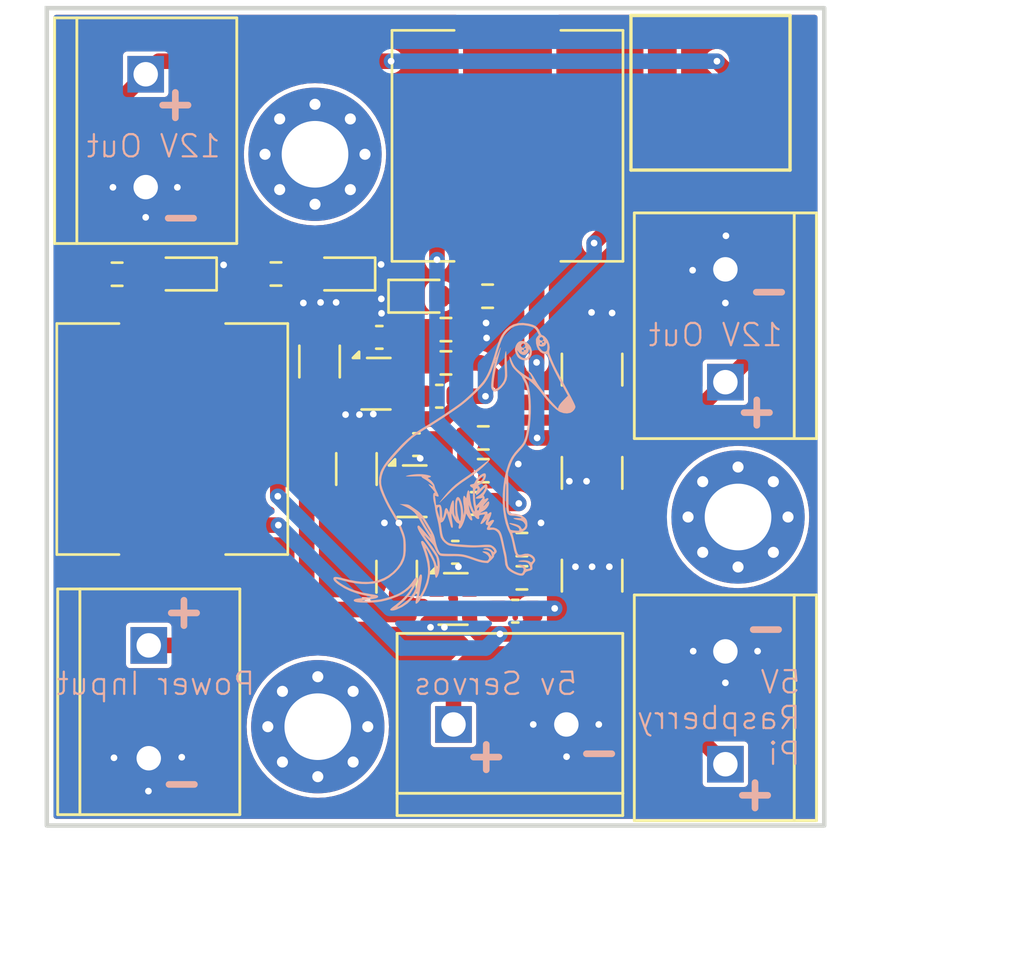
<source format=kicad_pcb>
(kicad_pcb (version 20240108) (generator "pcbnew") (generator_version "8.0")
  (title_block (date "2025-02-13") (comment 4 "Contributors: Linus Mitchell"))
  (layers (0 "F.Cu" signal) (31 "B.Cu" signal) (34 "B.Paste" user) (35 "F.Paste" user) (36 "B.SilkS" user "B.Silkscreen") (37 "F.SilkS" user "F.Silkscreen") (38 "B.Mask" user) (39 "F.Mask" user) (44 "Edge.Cuts" user))
  (net 0 "")
  (net 1 "Net-(U1-SW)")
  (net 2 "Net-(U1-BST)")
  (net 3 "Net-(J2-Pin_1)")
  (net 4 "Net-(U2-BST)")
  (net 5 "Net-(U2-SW)")
  (net 6 "Net-(J3-Pin_1)")
  (net 7 "Net-(U3-SW)")
  (net 8 "Net-(U3-BST)")
  (net 9 "Net-(J1-Pin_1)")
  (net 10 "Net-(U1-FB)")
  (net 11 "Net-(U2-FB)")
  (net 12 "Net-(U3-FB)")
  (net 22 "Net-(J5-Pin_1)")
  (net 23 "Net-(D1-K)")
  (net 51 "Net-(D1-A)")
  (net 52 "Net-(D2-A)")
  (net 53 "Net-(D3-A)")
  (footprint "Connector_TE_Terminal-Block:TE_282837-2" (layer "F.Cu") (at 107.09 128.93 -90)
    (property "Reference" "J5" (hide yes))
    (property "Value" "Screw_Terminal_01x02")
    (pad "1" thru_hole rect (at -2.54 0 270) (size 1.65 1.65) (drill 1.1) (layers "*.Cu" "*.Mask") (net 22 "Net-(J5-Pin_1)"))
    (pad "2" thru_hole circle (at 2.54 0 270) (size 1.65 1.65) (drill 1.1) (layers "*.Cu" "*.Mask") (net 23 "Net-(D1-K)"))
  )
  (footprint "Capacitor_SMD:C_1210_3225Metric" (layer "F.Cu") (at 127.05 123.25 90)
    (property "Reference" "C8" (hide yes))
    (property "Value" "47uF")
    (pad "1" smd roundrect (at -1.475 0 90) (size 1.15 2.7) (layers "F.Cu" "F.Paste" "F.Mask") (roundrect_rratio 0.217391) (net 6 "Net-(J3-Pin_1)"))
    (pad "2" smd roundrect (at 1.475 0 90) (size 1.15 2.7) (layers "F.Cu" "F.Paste" "F.Mask") (roundrect_rratio 0.217391) (net 23 "Net-(D1-K)"))
  )
  (footprint "Capacitor_SMD:C_0603_1608Metric" (layer "F.Cu") (at 117.47 112.5225)
    (property "Reference" "C10" (hide yes))
    (property "Value" "100nF")
    (pad "1" smd roundrect (at -0.775 0) (size 0.9 0.95) (layers "F.Cu" "F.Paste" "F.Mask") (net 22 "Net-(J5-Pin_1)"))
    (pad "2" smd roundrect (at 0.775 0) (size 0.9 0.95) (layers "F.Cu" "F.Paste" "F.Mask") (net 23 "Net-(D1-K)"))
  )
  (footprint "Inductor_SMD:L_Wuerth_HCI-1050" (layer "F.Cu") (at 123.24 103.9 -90)
    (property "Reference" "L1" (hide yes))
    (property "Value" "7.8uH")
    (pad "1" smd rect (at -3.825 0 270) (size 3.85 4) (layers "F.Cu" "F.Paste" "F.Mask") (net 1 "Net-(U1-SW)"))
    (pad "2" smd rect (at 3.825 0 270) (size 3.85 4) (layers "F.Cu" "F.Paste" "F.Mask") (net 3 "Net-(J2-Pin_1)"))
  )
  (footprint "Package_TO_SOT_SMD:SOT-583-8" (layer "F.Cu") (at 117.32 114.61)
    (property "Reference" "U3" (hide yes))
    (property "Value" "TPS563300")
    (pad "1" smd roundrect (at -0.74 -0.75) (size 0.67 0.3) (layers "F.Cu" "F.Paste" "F.Mask") (roundrect_rratio 0.1666666667))
    (pad "2" smd roundrect (at -0.74 -0.25) (size 0.67 0.3) (layers "F.Cu" "F.Paste" "F.Mask") (roundrect_rratio 0.1666666667))
    (pad "3" smd roundrect (at -0.74 0.25) (size 0.67 0.3) (layers "F.Cu" "F.Paste" "F.Mask") (roundrect_rratio 0.1666666667) (net 22 "Net-(J5-Pin_1)"))
    (pad "4" smd roundrect (at -0.74 0.75) (size 0.67 0.3) (layers "F.Cu" "F.Paste" "F.Mask") (roundrect_rratio 0.1666666667) (net 23 "Net-(D1-K)"))
    (pad "5" smd roundrect (at 0.74 0.75) (size 0.67 0.3) (layers "F.Cu" "F.Paste" "F.Mask") (roundrect_rratio 0.1666666667) (net 7 "Net-(U3-SW)"))
    (pad "6" smd roundrect (at 0.74 0.25) (size 0.67 0.3) (layers "F.Cu" "F.Paste" "F.Mask") (roundrect_rratio 0.1666666667) (net 8 "Net-(U3-BST)"))
    (pad "7" smd roundrect (at 0.74 -0.25) (size 0.67 0.3) (layers "F.Cu" "F.Paste" "F.Mask") (roundrect_rratio 0.1666666667))
    (pad "8" smd roundrect (at 0.74 -0.75) (size 0.67 0.3) (layers "F.Cu" "F.Paste" "F.Mask") (roundrect_rratio 0.1666666667) (net 12 "Net-(U3-FB)"))
  )
  (footprint "Resistor_SMD:R_0603_1608Metric" (layer "F.Cu") (at 120.47 113.6725 180)
    (property "Reference" "R5" (hide yes))
    (property "Value" "140k")
    (pad "1" smd roundrect (at -0.825 0 180) (size 0.8 0.95) (layers "F.Cu" "F.Paste" "F.Mask") (net 9 "Net-(J1-Pin_1)"))
    (pad "2" smd roundrect (at 0.825 0 180) (size 0.8 0.95) (layers "F.Cu" "F.Paste" "F.Mask") (net 12 "Net-(U3-FB)"))
  )
  (footprint "Capacitor_SMD:C_0603_1608Metric" (layer "F.Cu") (at 119.14 117.35)
    (property "Reference" "C1" (hide yes))
    (property "Value" "100nF")
    (pad "1" smd roundrect (at -0.775 0) (size 0.9 0.95) (layers "F.Cu" "F.Paste" "F.Mask") (net 22 "Net-(J5-Pin_1)"))
    (pad "2" smd roundrect (at 0.775 0) (size 0.9 0.95) (layers "F.Cu" "F.Paste" "F.Mask") (net 23 "Net-(D1-K)"))
  )
  (footprint "Inductor_Coilcraft:L_Coilcraft_XGL6060-XXX" (layer "F.Cu") (at 132.38 101.51)
    (property "Reference" "L3" (hide yes))
    (property "Value" "12uH")
    (pad "1" smd rect (at -2.1717 0) (size 1.2954 5.0038) (layers "F.Cu" "F.Paste" "F.Mask") (net 7 "Net-(U3-SW)"))
    (pad "2" smd rect (at 2.1717 0) (size 1.2954 5.0038) (layers "F.Cu" "F.Paste" "F.Mask") (net 9 "Net-(J1-Pin_1)"))
  )
  (footprint "Capacitor_SMD:C_0603_1608Metric" (layer "F.Cu") (at 120.89 122.2)
    (property "Reference" "C6" (hide yes))
    (property "Value" "100nF")
    (pad "1" smd roundrect (at -0.775 0) (size 0.9 0.95) (layers "F.Cu" "F.Paste" "F.Mask") (net 22 "Net-(J5-Pin_1)"))
    (pad "2" smd roundrect (at 0.775 0) (size 0.9 0.95) (layers "F.Cu" "F.Paste" "F.Mask") (net 23 "Net-(D1-K)"))
  )
  (footprint "Capacitor_SMD:C_0603_1608Metric" (layer "F.Cu") (at 123.59 124.85)
    (property "Reference" "C7" (hide yes))
    (property "Value" "100nF")
    (pad "1" smd roundrect (at -0.775 0) (size 0.9 0.95) (layers "F.Cu" "F.Paste" "F.Mask") (net 4 "Net-(U2-BST)"))
    (pad "2" smd roundrect (at 0.775 0) (size 0.9 0.95) (layers "F.Cu" "F.Paste" "F.Mask") (net 5 "Net-(U2-SW)"))
  )
  (footprint "Capacitor_SMD:C_1206_3216Metric" (layer "F.Cu") (at 114.78 113.61 90)
    (property "Reference" "C9" (hide yes))
    (property "Value" "10uF")
    (pad "1" smd roundrect (at -1.475 0 90) (size 1.15 1.8) (layers "F.Cu" "F.Paste" "F.Mask") (roundrect_rratio 0.217391) (net 22 "Net-(J5-Pin_1)"))
    (pad "2" smd roundrect (at 1.475 0 90) (size 1.15 1.8) (layers "F.Cu" "F.Paste" "F.Mask") (roundrect_rratio 0.217391) (net 23 "Net-(D1-K)"))
  )
  (footprint "Connector_TE_Terminal-Block:TE_282837-2" (layer "F.Cu") (at 133.05 129.2 90)
    (property "Reference" "J2" (hide yes))
    (property "Value" "Screw_Terminal_01x02")
    (pad "1" thru_hole rect (at -2.54 0 90) (size 1.65 1.65) (drill 1.1) (layers "*.Cu" "*.Mask") (net 3 "Net-(J2-Pin_1)"))
    (pad "2" thru_hole circle (at 2.54 0 90) (size 1.65 1.65) (drill 1.1) (layers "*.Cu" "*.Mask") (net 23 "Net-(D1-K)"))
  )
  (footprint "Resistor_SMD:R_0603_1608Metric" (layer "F.Cu") (at 120.47 112.1725)
    (property "Reference" "R6" (hide yes))
    (property "Value" "10k")
    (pad "1" smd roundrect (at -0.825 0) (size 0.8 0.95) (layers "F.Cu" "F.Paste" "F.Mask") (net 12 "Net-(U3-FB)"))
    (pad "2" smd roundrect (at 0.825 0) (size 0.8 0.95) (layers "F.Cu" "F.Paste" "F.Mask") (net 23 "Net-(D1-K)"))
  )
  (footprint "Connector_TE_Terminal-Block:TE_282837-2" (layer "F.Cu") (at 123.35 129.95)
    (property "Reference" "J3" (hide yes))
    (property "Value" "Screw_Terminal_01x02")
    (pad "1" thru_hole rect (at -2.54 0) (size 1.65 1.65) (drill 1.1) (layers "*.Cu" "*.Mask") (net 6 "Net-(J3-Pin_1)"))
    (pad "2" thru_hole circle (at 2.54 0) (size 1.65 1.65) (drill 1.1) (layers "*.Cu" "*.Mask") (net 23 "Net-(D1-K)"))
  )
  (footprint "LED_SMD:LED_0603_1608Metric" (layer "F.Cu") (at 119.37 110.67)
    (property "Reference" "D2" (hide yes))
    (property "Value" "GREEN LED")
    (pad "1" smd roundrect (at -0.7875 0) (size 0.875 0.95) (layers "F.Cu" "F.Paste" "F.Mask") (net 23 "Net-(D1-K)"))
    (pad "2" smd roundrect (at 0.7875 0) (size 0.875 0.95) (layers "F.Cu" "F.Paste" "F.Mask") (net 52 "Net-(D2-A)"))
  )
  (footprint "Capacitor_SMD:C_1210_3225Metric" (layer "F.Cu") (at 127.05 113.975 90)
    (property "Reference" "C12" (hide yes))
    (property "Value" "47uF")
    (pad "1" smd roundrect (at -1.475 0 90) (size 1.15 2.7) (layers "F.Cu" "F.Paste" "F.Mask") (roundrect_rratio 0.217391) (net 9 "Net-(J1-Pin_1)"))
    (pad "2" smd roundrect (at 1.475 0 90) (size 1.15 2.7) (layers "F.Cu" "F.Paste" "F.Mask") (roundrect_rratio 0.217391) (net 23 "Net-(D1-K)"))
  )
  (footprint "Connector_TE_Terminal-Block:TE_282837-2" (layer "F.Cu") (at 133.05 112 90)
    (property "Reference" "J1" (hide yes))
    (property "Value" "Screw_Terminal_01x02")
    (pad "1" thru_hole rect (at -2.54 0 90) (size 1.65 1.65) (drill 1.1) (layers "*.Cu" "*.Mask") (net 9 "Net-(J1-Pin_1)"))
    (pad "2" thru_hole circle (at 2.54 0 90) (size 1.65 1.65) (drill 1.1) (layers "*.Cu" "*.Mask") (net 23 "Net-(D1-K)"))
  )
  (footprint "Package_TO_SOT_SMD:SOT-583-8" (layer "F.Cu") (at 120.79 124.3)
    (property "Reference" "U2" (hide yes))
    (property "Value" "TPS563300")
    (pad "1" smd roundrect (at -0.74 -0.75) (size 0.67 0.3) (layers "F.Cu" "F.Paste" "F.Mask") (roundrect_rratio 0.1666666667))
    (pad "2" smd roundrect (at -0.74 -0.25) (size 0.67 0.3) (layers "F.Cu" "F.Paste" "F.Mask") (roundrect_rratio 0.1666666667))
    (pad "3" smd roundrect (at -0.74 0.25) (size 0.67 0.3) (layers "F.Cu" "F.Paste" "F.Mask") (roundrect_rratio 0.1666666667) (net 22 "Net-(J5-Pin_1)"))
    (pad "4" smd roundrect (at -0.74 0.75) (size 0.67 0.3) (layers "F.Cu" "F.Paste" "F.Mask") (roundrect_rratio 0.1666666667) (net 23 "Net-(D1-K)"))
    (pad "5" smd roundrect (at 0.74 0.75) (size 0.67 0.3) (layers "F.Cu" "F.Paste" "F.Mask") (roundrect_rratio 0.1666666667) (net 5 "Net-(U2-SW)"))
    (pad "6" smd roundrect (at 0.74 0.25) (size 0.67 0.3) (layers "F.Cu" "F.Paste" "F.Mask") (roundrect_rratio 0.1666666667) (net 4 "Net-(U2-BST)"))
    (pad "7" smd roundrect (at 0.74 -0.25) (size 0.67 0.3) (layers "F.Cu" "F.Paste" "F.Mask") (roundrect_rratio 0.1666666667))
    (pad "8" smd roundrect (at 0.74 -0.75) (size 0.67 0.3) (layers "F.Cu" "F.Paste" "F.Mask") (roundrect_rratio 0.1666666667) (net 11 "Net-(U2-FB)"))
  )
  (footprint "Resistor_SMD:R_0603_1608Metric" (layer "F.Cu") (at 123.89 121.85)
    (property "Reference" "R4" (hide yes))
    (property "Value" "10k")
    (pad "1" smd roundrect (at -0.825 0) (size 0.8 0.95) (layers "F.Cu" "F.Paste" "F.Mask") (net 11 "Net-(U2-FB)"))
    (pad "2" smd roundrect (at 0.825 0) (size 0.8 0.95) (layers "F.Cu" "F.Paste" "F.Mask") (net 23 "Net-(D1-K)"))
  )
  (footprint "Resistor_SMD:R_0603_1608Metric" (layer "F.Cu") (at 112.8175 109.67)
    (property "Reference" "R7" (hide yes))
    (property "Value" "140")
    (pad "1" smd roundrect (at -0.825 0) (size 0.8 0.95) (layers "F.Cu" "F.Paste" "F.Mask") (net 6 "Net-(J3-Pin_1)"))
    (pad "2" smd roundrect (at 0.825 0) (size 0.8 0.95) (layers "F.Cu" "F.Paste" "F.Mask") (net 51 "Net-(D1-A)"))
  )
  (footprint "Resistor_SMD:R_0603_1608Metric" (layer "F.Cu") (at 122.345 110.67 180)
    (property "Reference" "R8" (hide yes))
    (property "Value" "140")
    (pad "1" smd roundrect (at -0.825 0 180) (size 0.8 0.95) (layers "F.Cu" "F.Paste" "F.Mask") (net 3 "Net-(J2-Pin_1)"))
    (pad "2" smd roundrect (at 0.825 0 180) (size 0.8 0.95) (layers "F.Cu" "F.Paste" "F.Mask") (net 52 "Net-(D2-A)"))
  )
  (footprint "Capacitor_SMD:C_1206_3216Metric" (layer "F.Cu") (at 116.44 118.45 90)
    (property "Reference" "C2" (hide yes))
    (property "Value" "10uF")
    (pad "1" smd roundrect (at -1.475 0 90) (size 1.15 1.8) (layers "F.Cu" "F.Paste" "F.Mask") (roundrect_rratio 0.217391) (net 22 "Net-(J5-Pin_1)"))
    (pad "2" smd roundrect (at 1.475 0 90) (size 1.15 1.8) (layers "F.Cu" "F.Paste" "F.Mask") (roundrect_rratio 0.217391) (net 23 "Net-(D1-K)"))
  )
  (footprint "LED_SMD:LED_0603_1608Metric" (layer "F.Cu") (at 108.66 109.67 180)
    (property "Reference" "D3" (hide yes))
    (property "Value" "RED LED")
    (pad "1" smd roundrect (at -0.7875 0 180) (size 0.875 0.95) (layers "F.Cu" "F.Paste" "F.Mask") (net 23 "Net-(D1-K)"))
    (pad "2" smd roundrect (at 0.7875 0 180) (size 0.875 0.95) (layers "F.Cu" "F.Paste" "F.Mask") (net 53 "Net-(D3-A)"))
  )
  (footprint "LED_SMD:LED_0603_1608Metric" (layer "F.Cu") (at 115.7975 109.67 180)
    (property "Reference" "D1" (hide yes))
    (property "Value" "BLUE LED")
    (pad "1" smd roundrect (at -0.7875 0 180) (size 0.875 0.95) (layers "F.Cu" "F.Paste" "F.Mask") (net 23 "Net-(D1-K)"))
    (pad "2" smd roundrect (at 0.7875 0 180) (size 0.875 0.95) (layers "F.Cu" "F.Paste" "F.Mask") (net 51 "Net-(D1-A)"))
  )
  (footprint "MountingHole:MountingHole_3mm_Pad_Via" (layer "F.Cu") (at 114.575 104.28)
    (property "Reference" "H1" (hide yes))
    (property "Value" "MountingHole_Pad")
    (pad "1" thru_hole circle (at -2.25 0) (size 0.8 0.8) (drill 0.5) (layers "*.Cu" "*.Mask"))
    (pad "1" thru_hole circle (at -1.59099 -1.59099) (size 0.8 0.8) (drill 0.5) (layers "*.Cu" "*.Mask"))
    (pad "1" thru_hole circle (at -1.59099 1.59099) (size 0.8 0.8) (drill 0.5) (layers "*.Cu" "*.Mask"))
    (pad "1" thru_hole circle (at 0 -2.25) (size 0.8 0.8) (drill 0.5) (layers "*.Cu" "*.Mask"))
    (pad "1" thru_hole circle (at 0 0) (size 6 6) (drill 3) (layers "*.Cu" "*.Mask"))
    (pad "1" thru_hole circle (at 0 2.25) (size 0.8 0.8) (drill 0.5) (layers "*.Cu" "*.Mask"))
    (pad "1" thru_hole circle (at 1.59099 -1.59099) (size 0.8 0.8) (drill 0.5) (layers "*.Cu" "*.Mask"))
    (pad "1" thru_hole circle (at 1.59099 1.59099) (size 0.8 0.8) (drill 0.5) (layers "*.Cu" "*.Mask"))
    (pad "1" thru_hole circle (at 2.25 0) (size 0.8 0.8) (drill 0.5) (layers "*.Cu" "*.Mask"))
  )
  (footprint "MountingHole:MountingHole_3mm_Pad_Via" (layer "F.Cu") (at 133.62 120.61)
    (property "Reference" "H2" (hide yes))
    (property "Value" "MountingHole_Pad")
    (pad "1" thru_hole circle (at -2.25 0) (size 0.8 0.8) (drill 0.5) (layers "*.Cu" "*.Mask"))
    (pad "1" thru_hole circle (at -1.59099 -1.59099) (size 0.8 0.8) (drill 0.5) (layers "*.Cu" "*.Mask"))
    (pad "1" thru_hole circle (at -1.59099 1.59099) (size 0.8 0.8) (drill 0.5) (layers "*.Cu" "*.Mask"))
    (pad "1" thru_hole circle (at 0 -2.25) (size 0.8 0.8) (drill 0.5) (layers "*.Cu" "*.Mask"))
    (pad "1" thru_hole circle (at 0 0) (size 6 6) (drill 3) (layers "*.Cu" "*.Mask"))
    (pad "1" thru_hole circle (at 0 2.25) (size 0.8 0.8) (drill 0.5) (layers "*.Cu" "*.Mask"))
    (pad "1" thru_hole circle (at 1.59099 -1.59099) (size 0.8 0.8) (drill 0.5) (layers "*.Cu" "*.Mask"))
    (pad "1" thru_hole circle (at 1.59099 1.59099) (size 0.8 0.8) (drill 0.5) (layers "*.Cu" "*.Mask"))
    (pad "1" thru_hole circle (at 2.25 0) (size 0.8 0.8) (drill 0.5) (layers "*.Cu" "*.Mask"))
  )
  (footprint "Inductor_SMD:L_Wuerth_HCI-1050" (layer "F.Cu") (at 108.15 117.1 90)
    (property "Reference" "L2" (hide yes))
    (property "Value" "7.8uH")
    (pad "1" smd rect (at -3.825 0 90) (size 3.85 4) (layers "F.Cu" "F.Paste" "F.Mask") (net 5 "Net-(U2-SW)"))
    (pad "2" smd rect (at 3.825 0 90) (size 3.85 4) (layers "F.Cu" "F.Paste" "F.Mask") (net 6 "Net-(J3-Pin_1)"))
  )
  (footprint "Resistor_SMD:R_0603_1608Metric" (layer "F.Cu") (at 105.665 109.68)
    (property "Reference" "R9" (hide yes))
    (property "Value" "500")
    (pad "1" smd roundrect (at -0.825 0) (size 0.8 0.95) (layers "F.Cu" "F.Paste" "F.Mask") (net 9 "Net-(J1-Pin_1)"))
    (pad "2" smd roundrect (at 0.825 0) (size 0.8 0.95) (layers "F.Cu" "F.Paste" "F.Mask") (net 53 "Net-(D3-A)"))
  )
  (footprint "Resistor_SMD:R_0603_1608Metric" (layer "F.Cu") (at 122.15 118.525)
    (property "Reference" "R2" (hide yes))
    (property "Value" "10k")
    (pad "1" smd roundrect (at -0.825 0) (size 0.8 0.95) (layers "F.Cu" "F.Paste" "F.Mask") (net 10 "Net-(U1-FB)"))
    (pad "2" smd roundrect (at 0.825 0) (size 0.8 0.95) (layers "F.Cu" "F.Paste" "F.Mask") (net 23 "Net-(D1-K)"))
  )
  (footprint "Resistor_SMD:R_0603_1608Metric" (layer "F.Cu") (at 122.15 117.05 180)
    (property "Reference" "R1" (hide yes))
    (property "Value" "52.3k")
    (pad "1" smd roundrect (at -0.825 0 180) (size 0.8 0.95) (layers "F.Cu" "F.Paste" "F.Mask") (net 3 "Net-(J2-Pin_1)"))
    (pad "2" smd roundrect (at 0.825 0 180) (size 0.8 0.95) (layers "F.Cu" "F.Paste" "F.Mask") (net 10 "Net-(U1-FB)"))
  )
  (footprint "MountingHole:MountingHole_3mm_Pad_Via" (layer "F.Cu") (at 114.7 130.05)
    (property "Reference" "H3" (hide yes))
    (property "Value" "MountingHole_Pad")
    (pad "1" thru_hole circle (at -2.25 0) (size 0.8 0.8) (drill 0.5) (layers "*.Cu" "*.Mask"))
    (pad "1" thru_hole circle (at -1.59099 -1.59099) (size 0.8 0.8) (drill 0.5) (layers "*.Cu" "*.Mask"))
    (pad "1" thru_hole circle (at -1.59099 1.59099) (size 0.8 0.8) (drill 0.5) (layers "*.Cu" "*.Mask"))
    (pad "1" thru_hole circle (at 0 -2.25) (size 0.8 0.8) (drill 0.5) (layers "*.Cu" "*.Mask"))
    (pad "1" thru_hole circle (at 0 0) (size 6 6) (drill 3) (layers "*.Cu" "*.Mask"))
    (pad "1" thru_hole circle (at 0 2.25) (size 0.8 0.8) (drill 0.5) (layers "*.Cu" "*.Mask"))
    (pad "1" thru_hole circle (at 1.59099 -1.59099) (size 0.8 0.8) (drill 0.5) (layers "*.Cu" "*.Mask"))
    (pad "1" thru_hole circle (at 1.59099 1.59099) (size 0.8 0.8) (drill 0.5) (layers "*.Cu" "*.Mask"))
    (pad "1" thru_hole circle (at 2.25 0) (size 0.8 0.8) (drill 0.5) (layers "*.Cu" "*.Mask"))
  )
  (footprint "Connector_TE_Terminal-Block:TE_282837-2" (layer "F.Cu") (at 106.9525 103.2175 -90)
    (property "Reference" "J4" (hide yes))
    (property "Value" "Screw_Terminal_01x02")
    (pad "1" thru_hole rect (at -2.54 0 270) (size 1.65 1.65) (drill 1.1) (layers "*.Cu" "*.Mask") (net 9 "Net-(J1-Pin_1)"))
    (pad "2" thru_hole circle (at 2.54 0 270) (size 1.65 1.65) (drill 1.1) (layers "*.Cu" "*.Mask") (net 23 "Net-(D1-K)"))
  )
  (footprint "Package_TO_SOT_SMD:SOT-583-8" (layer "F.Cu") (at 118.94 119.45)
    (property "Reference" "U1" (hide yes))
    (property "Value" "TPS563300")
    (pad "1" smd roundrect (at -0.74 -0.75) (size 0.67 0.3) (layers "F.Cu" "F.Paste" "F.Mask") (roundrect_rratio 0.1666666667))
    (pad "2" smd roundrect (at -0.74 -0.25) (size 0.67 0.3) (layers "F.Cu" "F.Paste" "F.Mask") (roundrect_rratio 0.1666666667))
    (pad "3" smd roundrect (at -0.74 0.25) (size 0.67 0.3) (layers "F.Cu" "F.Paste" "F.Mask") (roundrect_rratio 0.1666666667) (net 22 "Net-(J5-Pin_1)"))
    (pad "4" smd roundrect (at -0.74 0.75) (size 0.67 0.3) (layers "F.Cu" "F.Paste" "F.Mask") (roundrect_rratio 0.1666666667) (net 23 "Net-(D1-K)"))
    (pad "5" smd roundrect (at 0.74 0.75) (size 0.67 0.3) (layers "F.Cu" "F.Paste" "F.Mask") (roundrect_rratio 0.1666666667) (net 1 "Net-(U1-SW)"))
    (pad "6" smd roundrect (at 0.74 0.25) (size 0.67 0.3) (layers "F.Cu" "F.Paste" "F.Mask") (roundrect_rratio 0.1666666667) (net 2 "Net-(U1-BST)"))
    (pad "7" smd roundrect (at 0.74 -0.25) (size 0.67 0.3) (layers "F.Cu" "F.Paste" "F.Mask") (roundrect_rratio 0.1666666667))
    (pad "8" smd roundrect (at 0.74 -0.75) (size 0.67 0.3) (layers "F.Cu" "F.Paste" "F.Mask") (roundrect_rratio 0.1666666667) (net 10 "Net-(U1-FB)"))
  )
  (footprint "Resistor_SMD:R_0603_1608Metric" (layer "F.Cu") (at 123.89 123.35 180)
    (property "Reference" "R3" (hide yes))
    (property "Value" "52.3k")
    (pad "1" smd roundrect (at -0.825 0 180) (size 0.8 0.95) (layers "F.Cu" "F.Paste" "F.Mask") (net 6 "Net-(J3-Pin_1)"))
    (pad "2" smd roundrect (at 0.825 0 180) (size 0.8 0.95) (layers "F.Cu" "F.Paste" "F.Mask") (net 11 "Net-(U2-FB)"))
  )
  (footprint "Capacitor_SMD:C_0603_1608Metric" (layer "F.Cu") (at 121.74 120)
    (property "Reference" "C3" (hide yes))
    (property "Value" "100nF")
    (pad "1" smd roundrect (at -0.775 0) (size 0.9 0.95) (layers "F.Cu" "F.Paste" "F.Mask") (net 2 "Net-(U1-BST)"))
    (pad "2" smd roundrect (at 0.775 0) (size 0.9 0.95) (layers "F.Cu" "F.Paste" "F.Mask") (net 1 "Net-(U1-SW)"))
  )
  (footprint "Capacitor_SMD:C_1210_3225Metric" (layer "F.Cu") (at 127.05 118.625 -90)
    (property "Reference" "C4" (hide yes))
    (property "Value" "47uF")
    (pad "1" smd roundrect (at -1.475 0 270) (size 1.15 2.7) (layers "F.Cu" "F.Paste" "F.Mask") (roundrect_rratio 0.217391) (net 3 "Net-(J2-Pin_1)"))
    (pad "2" smd roundrect (at 1.475 0 270) (size 1.15 2.7) (layers "F.Cu" "F.Paste" "F.Mask") (roundrect_rratio 0.217391) (net 23 "Net-(D1-K)"))
  )
  (footprint "Capacitor_SMD:C_1206_3216Metric" (layer "F.Cu") (at 118.25 123.3 90)
    (property "Reference" "C5" (hide yes))
    (property "Value" "10uF")
    (pad "1" smd roundrect (at -1.475 0 90) (size 1.15 1.8) (layers "F.Cu" "F.Paste" "F.Mask") (roundrect_rratio 0.217391) (net 22 "Net-(J5-Pin_1)"))
    (pad "2" smd roundrect (at 1.475 0 90) (size 1.15 1.8) (layers "F.Cu" "F.Paste" "F.Mask") (roundrect_rratio 0.217391) (net 23 "Net-(D1-K)"))
  )
  (footprint "Capacitor_SMD:C_0603_1608Metric" (layer "F.Cu") (at 120.17 115.1725)
    (property "Reference" "C11" (hide yes))
    (property "Value" "100nF")
    (pad "1" smd roundrect (at -0.775 0) (size 0.9 0.95) (layers "F.Cu" "F.Paste" "F.Mask") (net 8 "Net-(U3-BST)"))
    (pad "2" smd roundrect (at 0.775 0) (size 0.9 0.95) (layers "F.Cu" "F.Paste" "F.Mask") (net 7 "Net-(U3-SW)"))
  )
  (footprint "memes:dawg" (layer "B.Cu") (at 120.92 118.1 180)
    (property "Reference" "G***" (hide yes))
    (property "Value" "LOGO" (hide yes))
  )
  (gr_rect (start 102.5 97.7) (end 137.5 134.5) (stroke (width 0.2)) (fill none) (layer "Edge.Cuts"))
  (gr_text "-" (at 128.49 132.04 0) (layer "B.SilkS") (effects (font (size 1.5 1.5) (thickness 0.3) (bold yes)) (justify left bottom mirror)))
  (gr_text "-" (at 109.6625 107.9275 0) (layer "B.SilkS") (effects (font (size 1.5 1.5) (thickness 0.3) (bold yes)) (justify left bottom mirror)))
  (gr_text "-" (at 109.7 133.42 0) (layer "B.SilkS") (effects (font (size 1.5 1.5) (thickness 0.3) (bold yes)) (justify left bottom mirror)))
  (gr_text "+" (at 135.51 133.91 0) (layer "B.SilkS") (effects (font (size 1.5 1.5) (thickness 0.3) (bold yes)) (justify left bottom mirror)))
  (gr_text "+" (at 109.8 125.7 0) (layer "B.SilkS") (effects (font (size 1.5 1.5) (thickness 0.3) (bold yes)) (justify left bottom mirror)))
  (gr_text "-" (at 136.14 111.26 0) (layer "B.SilkS") (effects (font (size 1.5 1.5) (thickness 0.3) (bold yes)) (justify left bottom mirror)))
  (gr_text "5v Servos\n" (at 126.45 128.7 0) (layer "B.SilkS") (effects (font (size 1 1) (thickness 0.1)) (justify left bottom mirror)))
  (gr_text "+" (at 123.41 132.19 0) (layer "B.SilkS") (effects (font (size 1.5 1.5) (thickness 0.3) (bold yes)) (justify left bottom mirror)))
  (gr_text "12V Out" (at 135.7 113 0) (layer "B.SilkS") (effects (font (size 1 1) (thickness 0.1)) (justify left bottom mirror)))
  (gr_text "5V\nRaspberry \nPi" (at 136.5 131.85 0) (layer "B.SilkS") (effects (font (size 1 1) (thickness 0.1)) (justify left bottom mirror)))
  (gr_text "+" (at 109.4125 102.8375 0) (layer "B.SilkS") (effects (font (size 1.5 1.5) (thickness 0.3) (bold yes)) (justify left bottom mirror)))
  (gr_text "+" (at 135.59 116.68 0) (layer "B.SilkS") (effects (font (size 1.5 1.5) (thickness 0.3) (bold yes)) (justify left bottom mirror)))
  (gr_text "Power Input" (at 111.95 128.7 0) (layer "B.SilkS") (effects (font (size 1 1) (thickness 0.1)) (justify left bottom mirror)))
  (gr_text "12V Out" (at 110.4 104.5 0) (layer "B.SilkS") (effects (font (size 1 1) (thickness 0.1)) (justify left bottom mirror)))
  (gr_text "-" (at 136 126.45 0) (layer "B.SilkS") (effects (font (size 1.5 1.5) (thickness 0.3) (bold yes)) (justify left bottom mirror)))
  (segment (start 120.225 121.025) (end 119.8 120.6) (width 0.7) (layer "F.Cu") (net 1))
  (segment (start 122.515 120) (end 123.75 120) (width 0.7) (layer "F.Cu") (net 1))
  (segment (start 120.065 109.025) (end 120.065 103.25) (width 0.7) (layer "F.Cu") (net 1))
  (segment (start 121.975 121.025) (end 120.225 121.025) (width 0.7) (layer "F.Cu") (net 1))
  (segment (start 120.065 103.25) (end 123.24 100.075) (width 0.7) (layer "F.Cu") (net 1))
  (segment (start 122.515 120) (end 122.515 120.485) (width 0.7) (layer "F.Cu") (net 1))
  (segment (start 122.515 120.485) (end 121.975 121.025) (width 0.7) (layer "F.Cu") (net 1))
  (via (at 123.75 120) (size 0.6) (drill 0.3) (layers "F.Cu" "B.Cu") (net 1))
  (via (at 120.065 109.025) (size 0.6) (drill 0.3) (layers "F.Cu" "B.Cu") (net 1))
  (segment (start 120.065 109.025) (end 120.065 116.315) (width 0.7) (layer "B.Cu") (net 1))
  (segment (start 120.065 116.315) (end 123.75 120) (width 0.7) (layer "B.Cu") (net 1))
  (segment (start 124.575 117.05) (end 126.95 117.05) (width 0.7) (layer "F.Cu") (net 3))
  (segment (start 129.75 119.85) (end 127.05 117.15) (width 0.7) (layer "F.Cu") (net 3))
  (segment (start 129.75 128.44) (end 129.75 119.85) (width 0.7) (layer "F.Cu") (net 3))
  (segment (start 133.05 131.74) (end 129.75 128.44) (width 0.7) (layer "F.Cu") (net 3))
  (segment (start 124.55 109.035) (end 123.24 107.725) (width 0.7) (layer "F.Cu") (net 3))
  (segment (start 126.95 117.05) (end 127.05 117.15) (width 0.7) (layer "F.Cu") (net 3))
  (segment (start 122.975 117.05) (end 124.575 117.05) (width 0.7) (layer "F.Cu") (net 3))
  (segment (start 124.405 110.67) (end 123.17 110.67) (width 0.7) (layer "F.Cu") (net 3))
  (segment (start 124.55 110.525) (end 124.55 109.035) (width 0.7) (layer "F.Cu") (net 3))
  (segment (start 124.55 113.65) (end 124.55 110.525) (width 0.7) (layer "F.Cu") (net 3))
  (segment (start 124.55 110.525) (end 124.405 110.67) (width 0.7) (layer "F.Cu") (net 3))
  (via (at 124.55 113.65) (size 0.6) (drill 0.3) (layers "F.Cu" "B.Cu") (net 3))
  (via (at 124.575 117.05) (size 0.6) (drill 0.3) (layers "F.Cu" "B.Cu") (net 3))
  (segment (start 124.55 117.025) (end 124.575 117.05) (width 0.7) (layer "B.Cu") (net 3))
  (segment (start 124.55 113.65) (end 124.55 117.025) (width 0.7) (layer "B.Cu") (net 3))
  (segment (start 124.365 124.85) (end 124.365 125.325) (width 0.7) (layer "F.Cu") (net 5))
  (segment (start 108.2 120.975) (end 108.15 120.925) (width 0.7) (layer "F.Cu") (net 5))
  (segment (start 112.925 120.975) (end 108.2 120.975) (width 0.7) (layer "F.Cu") (net 5))
  (segment (start 121.975 125.875) (end 121.6 125.5) (width 0.7) (layer "F.Cu") (net 5))
  (segment (start 124.365 125.325) (end 123.815 125.875) (width 0.7) (layer "F.Cu") (net 5))
  (segment (start 123.815 125.875) (end 122.9 125.875) (width 0.7) (layer "F.Cu") (net 5))
  (segment (start 122.9 125.875) (end 121.975 125.875) (width 0.7) (layer "F.Cu") (net 5))
  (via (at 122.9 125.875) (size 0.6) (drill 0.3) (layers "F.Cu" "B.Cu") (net 5))
  (via (at 112.925 120.975) (size 0.6) (drill 0.3) (layers "F.Cu" "B.Cu") (net 5))
  (segment (start 122.265 126.51) (end 118.46 126.51) (width 0.7) (layer "B.Cu") (net 5))
  (segment (start 118.46 126.51) (end 112.925 120.975) (width 0.7) (layer "B.Cu") (net 5))
  (segment (start 122.9 125.875) (end 122.265 126.51) (width 0.7) (layer "B.Cu") (net 5))
  (segment (start 124.187792 126.775) (end 121.775 126.775) (width 0.7) (layer "F.Cu") (net 6))
  (segment (start 125.365 125.44) (end 125.375 125.45) (width 0.7) (layer "F.Cu") (net 6))
  (segment (start 121.775 126.775) (end 120.81 127.74) (width 0.7) (layer "F.Cu") (net 6))
  (segment (start 125.565 124.725) (end 125.365 124.925) (width 0.7) (layer "F.Cu") (net 6))
  (segment (start 125.365 124.925) (end 125.365 125.44) (width 0.7) (layer "F.Cu") (net 6))
  (segment (start 108.15 113.275) (end 108.3875 113.275) (width 0.7) (layer "F.Cu") (net 6))
  (segment (start 108.3875 113.275) (end 111.9925 109.67) (width 0.7) (layer "F.Cu") (net 6))
  (segment (start 125.365 124) (end 125.365 124.725) (width 0.7) (layer "F.Cu") (net 6))
  (segment (start 112.9 119.677208) (end 112.9 118.025) (width 0.7) (layer "F.Cu") (net 6))
  (segment (start 125.375 125.587792) (end 124.187792 126.775) (width 0.7) (layer "F.Cu") (net 6))
  (segment (start 112.9 118.025) (end 108.15 113.275) (width 0.7) (layer "F.Cu") (net 6))
  (segment (start 124.715 123.35) (end 125.365 124) (width 0.7) (layer "F.Cu") (net 6))
  (segment (start 125.365 124.725) (end 125.365 124.925) (width 0.7) (layer "F.Cu") (net 6))
  (segment (start 120.81 127.74) (end 120.81 129.95) (width 0.7) (layer "F.Cu") (net 6))
  (segment (start 127.05 124.725) (end 125.565 124.725) (width 0.7) (layer "F.Cu") (net 6))
  (segment (start 125.375 125.45) (end 125.375 125.587792) (width 0.7) (layer "F.Cu") (net 6))
  (via (at 125.365 124.725) (size 0.6) (drill 0.3) (layers "F.Cu" "B.Cu") (net 6))
  (via (at 112.9 119.677208) (size 0.6) (drill 0.3) (layers "F.Cu" "B.Cu") (net 6))
  (segment (start 112.9 119.677208) (end 117.947792 124.725) (width 0.7) (layer "B.Cu") (net 6))
  (segment (start 117.947792 124.725) (end 125.365 124.725) (width 0.7) (layer "B.Cu") (net 6))
  (segment (start 120.945 115.6475) (end 120.395 116.1975) (width 0.7) (layer "F.Cu") (net 7))
  (segment (start 120.395 116.1975) (end 118.3975 116.1975) (width 0.7) (layer "F.Cu") (net 7))
  (segment (start 130.2083 105.208908) (end 127.14 108.277208) (width 0.7) (layer "F.Cu") (net 7))
  (segment (start 120.945 115.1725) (end 122.2475 115.1725) (width 0.7) (layer "F.Cu") (net 7))
  (segment (start 130.2083 101.51) (end 130.2083 105.208908) (width 0.7) (layer "F.Cu") (net 7))
  (segment (start 120.945 115.1725) (end 120.945 115.6475) (width 0.7) (layer "F.Cu") (net 7))
  (segment (start 118.3975 116.1975) (end 118.2 116) (width 0.7) (layer "F.Cu") (net 7))
  (segment (start 122.2475 115.1725) (end 122.25 115.175) (width 0.7) (layer "F.Cu") (net 7))
  (via (at 122.25 115.175) (size 0.6) (drill 0.3) (layers "F.Cu" "B.Cu") (net 7))
  (via (at 127.14 108.277208) (size 0.6) (drill 0.3) (layers "F.Cu" "B.Cu") (net 7))
  (segment (start 127.14 108.912082) (end 122.25 113.802082) (width 0.7) (layer "B.Cu") (net 7))
  (segment (start 122.25 113.802082) (end 122.25 115.175) (width 0.7) (layer "B.Cu") (net 7))
  (segment (start 127.14 108.277208) (end 127.14 108.912082) (width 0.7) (layer "B.Cu") (net 7))
  (segment (start 103.8 103.83) (end 103.8 108.66) (width 0.7) (layer "F.Cu") (net 9))
  (segment (start 103.8 108.66) (end 103.82 108.66) (width 0.7) (layer "F.Cu") (net 9))
  (segment (start 133.05 114.54) (end 133.035 114.54) (width 0.7) (layer "F.Cu") (net 9))
  (segment (start 106.9525 100.6775) (end 103.8 103.83) (width 0.7) (layer "F.Cu") (net 9))
  (segment (start 134.5517 101.51) (end 134.09 101.51) (width 0.7) (layer "F.Cu") (net 9))
  (segment (start 103.82 108.66) (end 104.84 109.68) (width 0.7) (layer "F.Cu") (net 9))
  (segment (start 134.5217 113.0683) (end 133.05 114.54) (width 0.7) (layer "F.Cu") (net 9))
  (segment (start 132.125 115.45) (end 127.05 115.45) (width 0.7) (layer "F.Cu") (net 9))
  (segment (start 133.035 114.54) (end 132.125 115.45) (width 0.7) (layer "F.Cu") (net 9))
  (segment (start 121.295 113.6725) (end 122.020292 113.6725) (width 0.7) (layer "F.Cu") (net 9))
  (segment (start 123.797792 115.45) (end 127.05 115.45) (width 0.7) (layer "F.Cu") (net 9))
  (segment (start 122.020292 113.6725) (end 123.797792 115.45) (width 0.7) (layer "F.Cu") (net 9))
  (segment (start 107.54 100.09) (end 106.9525 100.6775) (width 0.7) (layer "F.Cu") (net 9))
  (segment (start 134.5217 103.05) (end 134.5217 113.0683) (width 0.7) (layer "F.Cu") (net 9))
  (segment (start 134.09 101.51) (end 132.67 100.09) (width 0.7) (layer "F.Cu") (net 9))
  (segment (start 118 100.09) (end 107.54 100.09) (width 0.7) (layer "F.Cu") (net 9))
  (via (at 132.67 100.09) (size 0.6) (drill 0.3) (layers "F.Cu" "B.Cu") (net 9))
  (via (at 118 100.09) (size 0.6) (drill 0.3) (layers "F.Cu" "B.Cu") (net 9))
  (segment (start 132.67 100.09) (end 118.02 100.09) (width 0.7) (layer "B.Cu") (net 9))
  (segment (start 121.325 117.05) (end 121.325 118.525) (width 0.7) (layer "F.Cu") (net 10))
  (segment (start 123.065 121.85) (end 123.065 123.35) (width 0.7) (layer "F.Cu") (net 11))
  (segment (start 119.645 112.1725) (end 119.645 113.6725) (width 0.7) (layer "F.Cu") (net 12))
  (segment (start 116.695 112.5225) (end 116.66775 112.5225) (width 0.7) (layer "F.Cu") (net 22))
  (segment (start 120.115 122.2) (end 118.25 124.065) (width 0.7) (layer "F.Cu") (net 22))
  (segment (start 116.66775 112.5225) (end 114.78 114.41025) (width 0.7) (layer "F.Cu") (net 22))
  (segment (start 116.44 119.225086) (end 116.44 119.925) (width 0.7) (layer "F.Cu") (net 22))
  (segment (start 118.25 124.775) (end 114.4 124.775) (width 0.7) (layer "F.Cu") (net 22))
  (segment (start 118.365 117.35) (end 118.315086 117.35) (width 0.7) (layer "F.Cu") (net 22))
  (segment (start 118.315086 117.35) (end 116.44 119.225086) (width 0.7) (layer "F.Cu") (net 22))
  (segment (start 114.4 124.775) (end 114.2 124.975) (width 0.7) (layer "F.Cu") (net 22))
  (segment (start 114.2 124.975) (end 114.2 120.15) (width 0.7) (layer "F.Cu") (net 22))
  (segment (start 114.2 115.665) (end 114.78 115.085) (width 0.7) (layer "F.Cu") (net 22))
  (segment (start 114.2 124.975) (end 112.785 126.39) (width 0.7) (layer "F.Cu") (net 22))
  (segment (start 116.44 119.925) (end 114.425 119.925) (width 0.7) (layer "F.Cu") (net 22))
  (segment (start 112.785 126.39) (end 107.09 126.39) (width 0.7) (layer "F.Cu") (net 22))
  (segment (start 114.2 120.15) (end 114.2 115.665) (width 0.7) (layer "F.Cu") (net 22))
  (segment (start 114.78 114.41025) (end 114.78 115.085) (width 0.7) (layer "F.Cu") (net 22))
  (segment (start 114.425 119.925) (end 114.2 120.15) (width 0.7) (layer "F.Cu") (net 22))
  (segment (start 118.25 124.065) (end 118.25 124.775) (width 0.7) (layer "F.Cu") (net 22))
  (via (at 120.4 125.575) (size 0.6) (drill 0.3) (layers "F.Cu" "B.Cu") (net 23))
  (via (at 108.575 131.425) (size 0.6) (drill 0.3) (layers "F.Cu" "B.Cu") (net 23))
  (via (at 117.56 110.79) (size 0.6) (drill 0.3) (layers "F.Cu" "B.Cu") (net 23))
  (via (at 124.75 120.875) (size 0.6) (drill 0.3) (layers "F.Cu" "B.Cu") (net 23))
  (via (at 127.05 122.85) (size 0.6) (drill 0.3) (layers "F.Cu" "B.Cu") (net 23))
  (via (at 133.075 107.95) (size 0.6) (drill 0.3) (layers "F.Cu" "B.Cu") (net 23))
  (via (at 107.075 132.95) (size 0.6) (drill 0.3) (layers "F.Cu" "B.Cu") (net 23))
  (via (at 115.525 110.95) (size 0.6) (drill 0.3) (layers "F.Cu" "B.Cu") (net 23))
  (via (at 105.525 131.45) (size 0.6) (drill 0.3) (layers "F.Cu" "B.Cu") (net 23))
  (via (at 125.9 131.4) (size 0.6) (drill 0.3) (layers "F.Cu" "B.Cu") (net 23))
  (via (at 124.4 129.95) (size 0.6) (drill 0.3) (layers "F.Cu" "B.Cu") (net 23))
  (via (at 115.95 116) (size 0.6) (drill 0.3) (layers "F.Cu" "B.Cu") (net 23))
  (via (at 127.35 129.95) (size 0.6) (drill 0.3) (layers "F.Cu" "B.Cu") (net 23))
  (via (at 122.3 112.55) (size 0.6) (drill 0.3) (layers "F.Cu" "B.Cu") (net 23))
  (via (at 126.025 119) (size 0.6) (drill 0.3) (layers "F.Cu" "B.Cu") (net 23))
  (via (at 131.575 109.5) (size 0.6) (drill 0.3) (layers "F.Cu" "B.Cu") (net 23))
  (via (at 117.7 120.875) (size 0.6) (drill 0.3) (layers "F.Cu" "B.Cu") (net 23))
  (via (at 105.4775 105.7675) (size 0.6) (drill 0.3) (layers "F.Cu" "B.Cu") (net 23))
  (via (at 108.3775 105.7675) (size 0.6) (drill 0.3) (layers "F.Cu" "B.Cu") (net 23))
  (via (at 131.6 126.65) (size 0.6) (drill 0.3) (layers "F.Cu" "B.Cu") (net 23))
  (via (at 127.825 122.85) (size 0.6) (drill 0.3) (layers "F.Cu" "B.Cu") (net 23))
  (via (at 121.03 122.85) (size 0.6) (drill 0.3) (layers "F.Cu" "B.Cu") (net 23))
  (via (at 133.05 128.075) (size 0.6) (drill 0.3) (layers "F.Cu" "B.Cu") (net 23))
  (via (at 116.575 116) (size 0.6) (drill 0.3) (layers "F.Cu" "B.Cu") (net 23))
  (via (at 127.025 111.4) (size 0.6) (drill 0.3) (layers "F.Cu" "B.Cu") (net 23))
  (via (at 126.8 119) (size 0.6) (drill 0.3) (layers "F.Cu" "B.Cu") (net 23))
  (via (at 117.55 109.24) (size 0.6) (drill 0.3) (layers "F.Cu" "B.Cu") (net 23))
  (via (at 117.57 111.44) (size 0.6) (drill 0.3) (layers "F.Cu" "B.Cu") (net 23))
  (via (at 110.46 109.26) (size 0.6) (drill 0.3) (layers "F.Cu" "B.Cu") (net 23))
  (via (at 117.2 115.975) (size 0.6) (drill 0.3) (layers "F.Cu" "B.Cu") (net 23))
  (via (at 114.825 110.95) (size 0.6) (drill 0.3) (layers "F.Cu" "B.Cu") (net 23))
  (via (at 134.5 126.65) (size 0.6) (drill 0.3) (layers "F.Cu" "B.Cu") (net 23))
  (via (at 114.05 110.975) (size 0.6) (drill 0.3) (layers "F.Cu" "B.Cu") (net 23))
  (via (at 122.275 111.875) (size 0.6) (drill 0.3) (layers "F.Cu" "B.Cu") (net 23))
  (via (at 119.31 117.97) (size 0.6) (drill 0.3) (layers "F.Cu" "B.Cu") (net 23))
  (via (at 106.9525 107.1175) (size 0.6) (drill 0.3) (layers "F.Cu" "B.Cu") (net 23))
  (via (at 126.3 122.85) (size 0.6) (drill 0.3) (layers "F.Cu" "B.Cu") (net 23))
  (via (at 127.95 111.425) (size 0.6) (drill 0.3) (layers "F.Cu" "B.Cu") (net 23))
  (via (at 119.775 125.575) (size 0.6) (drill 0.3) (layers "F.Cu" "B.Cu") (net 23))
  (via (at 133.05 110.975) (size 0.6) (drill 0.3) (layers "F.Cu" "B.Cu") (net 23))
  (via (at 123.725 118.225) (size 0.6) (drill 0.3) (layers "F.Cu" "B.Cu") (net 23))
  (via (at 118.35 120.875) (size 0.6) (drill 0.3) (layers "F.Cu" "B.Cu") (net 23))
  (segment (start 113.6425 109.67) (end 115.01 109.67) (width 0.7) (layer "F.Cu") (net 51))
  (segment (start 120.1575 110.67) (end 121.52 110.67) (width 0.7) (layer "F.Cu") (net 52))
  (segment (start 107.8625 109.68) (end 107.8725 109.67) (width 0.7) (layer "F.Cu") (net 53))
  (segment (start 106.49 109.68) (end 107.8625 109.68) (width 0.7) (layer "F.Cu") (net 53))
  (zone (net 4) (net_name "Net-(U2-BST)") (layer "F.Cu") (priority 6) (connect_pads yes (clearance 0.127)) (min_thickness 0.25) (fill yes (thermal_gap 0.5) (thermal_bridge_width 0.5))
    (polygon (pts (xy 121.2 124.4) (xy 121.2 124.7) (xy 121.86 124.7) (xy 122.51 125.32) (xy 123.22 125.32) (xy 123.22 124.37)))
  )
  (zone (net 10) (net_name "Net-(U1-FB)") (layer "F.Cu") (priority 2) (connect_pads yes (clearance 0.127)) (min_thickness 0.25) (fill yes (thermal_gap 0.5) (thermal_bridge_width 0.5))
    (polygon (pts (xy 119.35 118.55) (xy 119.35 118.85) (xy 120.02 118.84) (xy 121.08 118.97) (xy 121.72 118.96) (xy 121.72 118.09) (xy 120.92 118.1) (xy 120.02 118.54)))
  )
  (zone (net 7) (net_name "Net-(U3-SW)") (layer "F.Cu") (priority 9) (connect_pads yes (clearance 0.127)) (min_thickness 0.25) (fill yes (thermal_gap 0.5) (thermal_bridge_width 0.5))
    (polygon (pts (xy 117.725 115.2) (xy 117.725 115.5) (xy 117.85 116.025) (xy 118.45 115.75) (xy 118.4 115.5) (xy 118.4 115.2)))
  )
  (zone (net 22) (net_name "Net-(J5-Pin_1)") (layer "F.Cu") (connect_pads yes (clearance 0.127)) (min_thickness 0.25) (fill yes (thermal_gap 0.5) (thermal_bridge_width 0.5))
    (polygon (pts (xy 116.09 114.61) (xy 117.09 114.61) (xy 117.09 115.11) (xy 116.14 115.11) (xy 115.54 115.61) (xy 115.54 114.56)))
  )
  (zone (net 22) (net_name "Net-(J5-Pin_1)") (layer "F.Cu") (connect_pads yes (clearance 0.127)) (min_thickness 0.25) (fill yes (thermal_gap 0.5) (thermal_bridge_width 0.5))
    (polygon (pts (xy 117.567705 119.445246) (xy 118.567705 119.445246) (xy 118.567705 119.945246) (xy 117.617705 119.945246) (xy 117.017705 120.445246) (xy 117.017705 119.395246)))
  )
  (zone (net 5) (net_name "Net-(U2-SW)") (layer "F.Cu") (priority 7) (connect_pads yes (clearance 0.127)) (min_thickness 0.25) (fill yes (thermal_gap 0.5) (thermal_bridge_width 0.5))
    (polygon (pts (xy 121.2 124.9) (xy 121.2 125.2) (xy 121.25 125.5) (xy 121.95 125.35) (xy 121.875 125.2) (xy 121.875 124.9)))
  )
  (zone (net 22) (net_name "Net-(J5-Pin_1)") (layer "F.Cu") (priority 1000000) (connect_pads yes (clearance 0.127)) (min_thickness 0.25) (fill yes (thermal_gap 0.5) (thermal_bridge_width 0.5))
    (polygon (pts (xy 119.447705 124.295246) (xy 120.447705 124.295246) (xy 120.447705 124.795246) (xy 119.497705 124.795246) (xy 118.897705 125.295246) (xy 118.897705 124.245246)))
  )
  (zone (net 8) (net_name "Net-(U3-BST)") (layer "F.Cu") (priority 4) (connect_pads yes (clearance 0.127)) (min_thickness 0.25) (fill yes (thermal_gap 0.5) (thermal_bridge_width 0.5))
    (polygon (pts (xy 117.73 114.71) (xy 117.73 115.01) (xy 118.39 115.01) (xy 119.13 115.65) (xy 119.78 115.64) (xy 119.78 114.7) (xy 119.07 114.7)))
  )
  (zone (net 1) (net_name "Net-(U1-SW)") (layer "F.Cu") (priority 8) (connect_pads yes (clearance 0.127)) (min_thickness 0.25) (fill yes (thermal_gap 0.5) (thermal_bridge_width 0.5))
    (polygon (pts (xy 119.35 120.05) (xy 119.35 120.35) (xy 119.45 120.65) (xy 120.15 120.45) (xy 120.025 120.35) (xy 120.025 120.05)))
  )
  (zone (net 2) (net_name "Net-(U1-BST)") (layer "F.Cu") (priority 5) (connect_pads yes (clearance 0.127)) (min_thickness 0.25) (fill yes (thermal_gap 0.5) (thermal_bridge_width 0.5))
    (polygon (pts (xy 119.35 119.55) (xy 119.35 119.85) (xy 120.02 119.84) (xy 120.66 120.47) (xy 121.4 120.47) (xy 121.39 119.52)))
  )
  (zone (net 12) (net_name "Net-(U3-FB)") (layer "F.Cu") (priority 1) (connect_pads yes (clearance 0.127)) (min_thickness 0.25) (fill yes (thermal_gap 0.5) (thermal_bridge_width 0.5))
    (polygon (pts (xy 117.73 113.71) (xy 117.72 114.01) (xy 118.4 114.01) (xy 119.41 114.15) (xy 120.05 114.14) (xy 120.06 113.27) (xy 119.25 113.27) (xy 118.4 113.7)))
  )
  (zone (net 11) (net_name "Net-(U2-FB)") (layer "F.Cu") (priority 3) (connect_pads yes (clearance 0.127)) (min_thickness 0.25) (fill yes (thermal_gap 0.5) (thermal_bridge_width 0.5))
    (polygon (pts (xy 121.2 123.4) (xy 121.2 123.7) (xy 121.86 123.7) (xy 122.85 123.82) (xy 123.47 123.82) (xy 123.47 122.93) (xy 122.68 122.94) (xy 121.86 123.4)))
  )
  (zone (net 23) (net_name "Net-(D1-K)") (layers "F&B.Cu") (connect_pads yes (clearance 0.127)) (min_thickness 0.25) (fill yes (thermal_gap 0.5) (thermal_bridge_width 0.5))
    (polygon (pts (xy 102.5 97.7) (xy 137.5 97.7) (xy 137.5 134.5) (xy 102.5 134.5)))
  )
)
</source>
